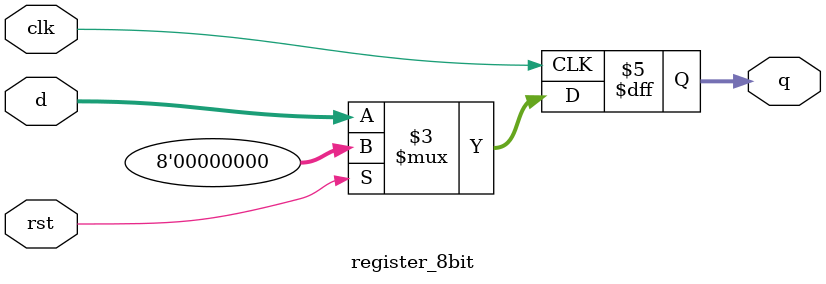
<source format=v>
module register_8bit (
    input  wire       clk,
    input  wire       rst,
    input  wire [7:0] d,
    output reg  [7:0] q
);
    always @(posedge clk) begin
        if (rst)
            q <= 8'b00000000;
        else
            q <= d;
    end
endmodule
</source>
